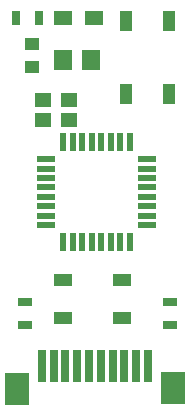
<source format=gbr>
G04 #@! TF.FileFunction,Paste,Top*
%FSLAX46Y46*%
G04 Gerber Fmt 4.6, Leading zero omitted, Abs format (unit mm)*
G04 Created by KiCad (PCBNEW 4.0.7) date Mon Feb  5 11:14:21 2018*
%MOMM*%
%LPD*%
G01*
G04 APERTURE LIST*
%ADD10C,0.100000*%
%ADD11R,1.550000X1.800000*%
%ADD12R,1.250000X1.000000*%
%ADD13R,1.500000X1.300000*%
%ADD14R,1.600000X1.000000*%
%ADD15R,1.300000X0.700000*%
%ADD16R,0.700000X1.300000*%
%ADD17R,1.100000X1.800000*%
%ADD18R,0.550000X1.600000*%
%ADD19R,1.600000X0.550000*%
%ADD20R,1.400000X1.200000*%
%ADD21R,0.700000X2.700000*%
%ADD22R,2.100000X2.800000*%
G04 APERTURE END LIST*
D10*
D11*
X97441000Y-76962000D03*
X95091000Y-76962000D03*
D12*
X92456000Y-77581000D03*
X92456000Y-75581000D03*
D13*
X97743000Y-73406000D03*
X95043000Y-73406000D03*
D14*
X100036000Y-98755000D03*
X100036000Y-95555000D03*
X95036000Y-98755000D03*
X95036000Y-95555000D03*
D15*
X91821000Y-99375000D03*
X91821000Y-97475000D03*
D16*
X93025000Y-73406000D03*
X91125000Y-73406000D03*
D15*
X104140000Y-99375000D03*
X104140000Y-97475000D03*
D17*
X100385000Y-79808000D03*
X100385000Y-73608000D03*
X104085000Y-79808000D03*
X104085000Y-73608000D03*
D18*
X100717000Y-83888000D03*
X99917000Y-83888000D03*
X99117000Y-83888000D03*
X98317000Y-83888000D03*
X97517000Y-83888000D03*
X96717000Y-83888000D03*
X95917000Y-83888000D03*
X95117000Y-83888000D03*
D19*
X93667000Y-85338000D03*
X93667000Y-86138000D03*
X93667000Y-86938000D03*
X93667000Y-87738000D03*
X93667000Y-88538000D03*
X93667000Y-89338000D03*
X93667000Y-90138000D03*
X93667000Y-90938000D03*
D18*
X95117000Y-92388000D03*
X95917000Y-92388000D03*
X96717000Y-92388000D03*
X97517000Y-92388000D03*
X98317000Y-92388000D03*
X99117000Y-92388000D03*
X99917000Y-92388000D03*
X100717000Y-92388000D03*
D19*
X102167000Y-90938000D03*
X102167000Y-90138000D03*
X102167000Y-89338000D03*
X102167000Y-88538000D03*
X102167000Y-87738000D03*
X102167000Y-86938000D03*
X102167000Y-86138000D03*
X102167000Y-85338000D03*
D20*
X95588000Y-80303000D03*
X93388000Y-80303000D03*
X93388000Y-82003000D03*
X95588000Y-82003000D03*
D21*
X93275000Y-102870000D03*
X94275000Y-102870000D03*
X95275000Y-102870000D03*
X96275000Y-102870000D03*
X97275000Y-102870000D03*
X98275000Y-102870000D03*
X99275000Y-102870000D03*
X100275000Y-102870000D03*
X101275000Y-102870000D03*
X102275000Y-102870000D03*
D22*
X91175000Y-104770000D03*
X104365000Y-104760000D03*
M02*

</source>
